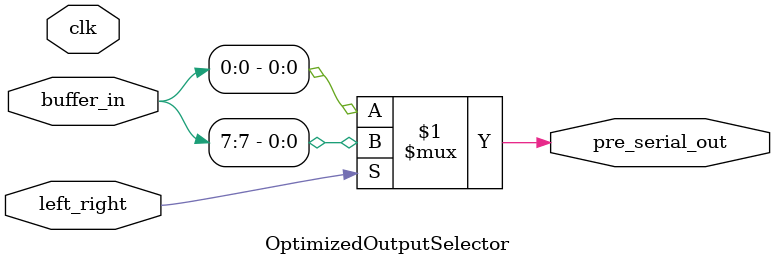
<source format=sv>
module BidirectionalPISO #(
    parameter WIDTH = 8
)(
    input wire clk,
    input wire load,
    input wire left_right,
    input wire [WIDTH-1:0] parallel_in,
    output wire serial_out
);
    // 内部连线
    wire [WIDTH-1:0] shift_buffer_out;
    wire pre_serial_out;
    
    // 实例化子模块
    ShiftRegister #(
        .WIDTH(WIDTH)
    ) shift_reg_inst (
        .clk(clk),
        .load(load),
        .left_right(left_right),
        .parallel_in(parallel_in),
        .buffer_out(shift_buffer_out)
    );
    
    OptimizedOutputSelector #(
        .WIDTH(WIDTH)
    ) out_sel_inst (
        .clk(clk),
        .left_right(left_right),
        .buffer_in(shift_buffer_out),
        .pre_serial_out(pre_serial_out)
    );
    
    // 输出寄存器移至顶层模块，减少关键路径
    reg final_out_reg;
    always @(posedge clk) begin
        final_out_reg <= pre_serial_out;
    end
    
    assign serial_out = final_out_reg;
endmodule

// 移位寄存器子模块，处理加载和移位逻辑
module ShiftRegister #(
    parameter WIDTH = 8
)(
    input wire clk,
    input wire load,
    input wire left_right,
    input wire [WIDTH-1:0] parallel_in,
    output reg [WIDTH-1:0] buffer_out
);
    always @(posedge clk) begin
        if (load)
            buffer_out <= parallel_in;
        else if (left_right)
            buffer_out <= {buffer_out[WIDTH-2:0], 1'b0};
        else
            buffer_out <= {1'b0, buffer_out[WIDTH-1:1]};
    end
endmodule

// 优化的输出选择器子模块，移除寄存器以减少延迟
module OptimizedOutputSelector #(
    parameter WIDTH = 8
)(
    input wire clk,
    input wire left_right,
    input wire [WIDTH-1:0] buffer_in,
    output wire pre_serial_out
);
    // 直接选择输出位，无寄存器
    assign pre_serial_out = left_right ? buffer_in[WIDTH-1] : buffer_in[0];
endmodule
</source>
